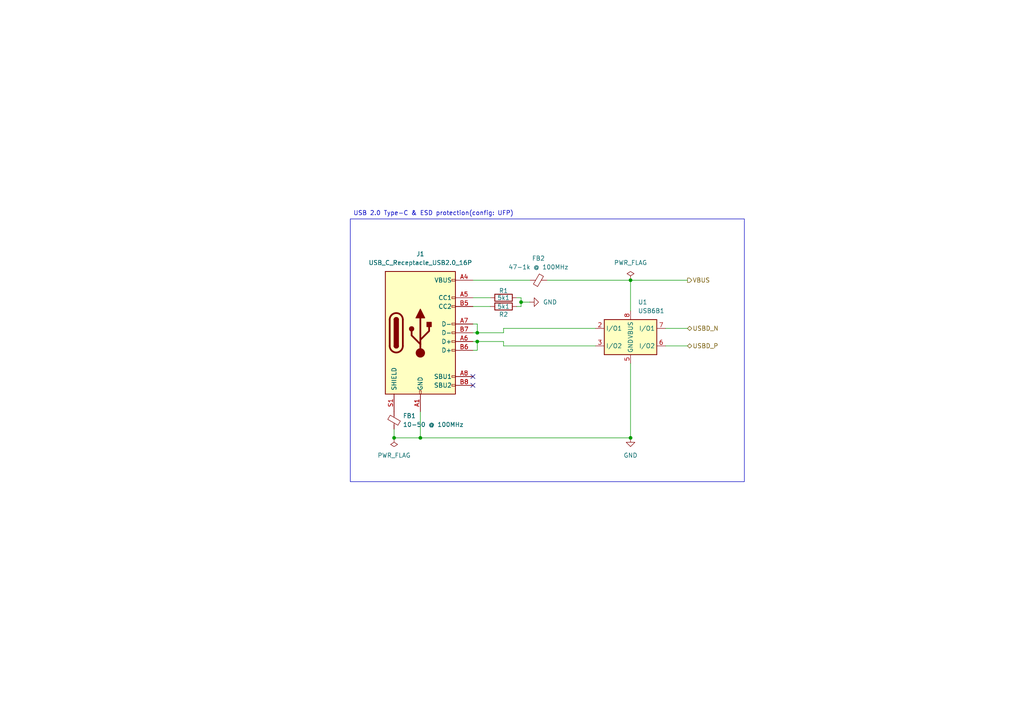
<source format=kicad_sch>
(kicad_sch (version 20250114) (generator "eeschema") (generator_version "9.0")
  (paper "A4")
  (title_block (title "USB 2.0 Type-C with ESD Protection") (date "2025-04-28") (rev "0.1.0") (comment 1 "UFP configuration"))
  (lib_symbols
    (symbol "Connector:USB_C_Receptacle_USB2.0_16P" (pin_names (offset 1.016))
      (property "Reference" "J" (at 0 22.225 0))
      (property "Value" "USB_C_Receptacle_USB2.0_16P" (at 0 19.685 0))
      (symbol "USB_C_Receptacle_USB2.0_16P_0_0"
        (rectangle (start -0.254 -17.78) (end 0.254 -16.764))
        (rectangle (start 10.16 15.494) (end 9.144 14.986))
        (rectangle (start 10.16 10.414) (end 9.144 9.906))
        (rectangle (start 10.16 7.874) (end 9.144 7.366))
        (rectangle (start 10.16 2.794) (end 9.144 2.286))
        (rectangle (start 10.16 0.254) (end 9.144 -0.254))
        (rectangle (start 10.16 -2.286) (end 9.144 -2.794))
        (rectangle (start 10.16 -4.826) (end 9.144 -5.334))
        (rectangle (start 10.16 -12.446) (end 9.144 -12.954))
        (rectangle (start 10.16 -14.986) (end 9.144 -15.494))
      )
      (symbol "USB_C_Receptacle_USB2.0_16P_0_1"
        (rectangle (start -10.16 17.78) (end 10.16 -17.78) (stroke (width 0.254)) (fill (type background)))
        (polyline (pts (xy -8.89 -3.81) (xy -8.89 3.81)) (stroke (width 0.508)))
        (rectangle (start -7.62 -3.81) (end -6.35 3.81) (stroke (width 0.254)) (fill (type outline)))
        (arc (start -7.62 3.81) (mid -6.985 4.4423) (end -6.35 3.81) (stroke (width 0.254)))
        (arc (start -7.62 3.81) (mid -6.985 4.4423) (end -6.35 3.81) (stroke (width 0.254)) (fill (type outline)))
        (arc (start -8.89 3.81) (mid -6.985 5.7067) (end -5.08 3.81) (stroke (width 0.508)))
        (arc (start -5.08 -3.81) (mid -6.985 -5.7067) (end -8.89 -3.81) (stroke (width 0.508)))
        (arc (start -6.35 -3.81) (mid -6.985 -4.4423) (end -7.62 -3.81) (stroke (width 0.254)))
        (arc (start -6.35 -3.81) (mid -6.985 -4.4423) (end -7.62 -3.81) (stroke (width 0.254)) (fill (type outline)))
        (polyline (pts (xy -5.08 3.81) (xy -5.08 -3.81)) (stroke (width 0.508)))
        (circle (center -2.54 1.143) (radius 0.635) (stroke (width 0.254)) (fill (type outline)))
        (polyline (pts (xy -1.27 4.318) (xy 0 6.858) (xy 1.27 4.318) (xy -1.27 4.318)) (stroke (width 0.254)) (fill (type outline)))
        (polyline (pts (xy 0 -2.032) (xy 2.54 0.508) (xy 2.54 1.778)) (stroke (width 0.508)))
        (polyline (pts (xy 0 -3.302) (xy -2.54 -0.762) (xy -2.54 0.508)) (stroke (width 0.508)))
        (polyline (pts (xy 0 -5.842) (xy 0 4.318)) (stroke (width 0.508)))
        (circle (center 0 -5.842) (radius 1.27) (fill (type outline)))
        (rectangle (start 1.905 1.778) (end 3.175 3.048) (stroke (width 0.254)) (fill (type outline)))
      )
      (symbol "USB_C_Receptacle_USB2.0_16P_1_1"
        (pin passive line (at -7.62 -22.86 90) (length 5.08) (name "SHIELD") (number "S1"))
        (pin passive line (at 0 -22.86 90) (length 5.08) (name "GND") (number "A1"))
        (pin passive line (at 0 -22.86 90) (length 5.08) (hide yes) (name "GND") (number "A12"))
        (pin passive line (at 0 -22.86 90) (length 5.08) (hide yes) (name "GND") (number "B1"))
        (pin passive line (at 0 -22.86 90) (length 5.08) (hide yes) (name "GND") (number "B12"))
        (pin passive line (at 15.24 15.24 180) (length 5.08) (name "VBUS") (number "A4"))
        (pin passive line (at 15.24 15.24 180) (length 5.08) (hide yes) (name "VBUS") (number "A9"))
        (pin passive line (at 15.24 15.24 180) (length 5.08) (hide yes) (name "VBUS") (number "B4"))
        (pin passive line (at 15.24 15.24 180) (length 5.08) (hide yes) (name "VBUS") (number "B9"))
        (pin bidirectional line (at 15.24 10.16 180) (length 5.08) (name "CC1") (number "A5"))
        (pin bidirectional line (at 15.24 7.62 180) (length 5.08) (name "CC2") (number "B5"))
        (pin bidirectional line (at 15.24 2.54 180) (length 5.08) (name "D-") (number "A7"))
        (pin bidirectional line (at 15.24 0 180) (length 5.08) (name "D-") (number "B7"))
        (pin bidirectional line (at 15.24 -2.54 180) (length 5.08) (name "D+") (number "A6"))
        (pin bidirectional line (at 15.24 -5.08 180) (length 5.08) (name "D+") (number "B6"))
        (pin bidirectional line (at 15.24 -12.7 180) (length 5.08) (name "SBU1") (number "A8"))
        (pin bidirectional line (at 15.24 -15.24 180) (length 5.08) (name "SBU2") (number "B8"))
      )
    )
    (symbol "Device:FerriteBead_Small" (pin_numbers (hide yes)) (pin_names (offset 0))
      (property "Reference" "FB" (at 1.905 1.27 0))
      (property "Value" "FerriteBead_Small" (at 1.905 -1.27 0))
      (symbol "FerriteBead_Small_0_1"
        (polyline (pts (xy -1.8288 0.2794) (xy -1.1176 1.4986) (xy 1.8288 -0.2032) (xy 1.1176 -1.4224) (xy -1.8288 0.2794)))
        (polyline (pts (xy 0 0.889) (xy 0 1.2954)))
        (polyline (pts (xy 0 -1.27) (xy 0 -0.7874)))
      )
      (symbol "FerriteBead_Small_1_1"
        (pin passive line (at 0 2.54 270) (length 1.27) (name "~") (number "1"))
        (pin passive line (at 0 -2.54 90) (length 1.27) (name "~") (number "2"))
      )
    )
    (symbol "Device:R" (pin_numbers (hide yes)) (pin_names (offset 0))
      (property "Reference" "R" (at 2.032 0 90))
      (property "Value" "R" (at 0 0 90))
      (symbol "R_0_1"
        (rectangle (start -1.016 -2.54) (end 1.016 2.54) (stroke (width 0.254)))
      )
      (symbol "R_1_1"
        (pin passive line (at 0 3.81 270) (length 1.27) (name "~") (number "1"))
        (pin passive line (at 0 -3.81 90) (length 1.27) (name "~") (number "2"))
      )
    )
    (symbol "Power_Protection:USB6B1"
      (property "Reference" "U" (at 6.35 6.35 0))
      (property "Value" "USB6B1" (at 5.08 -6.35 0))
      (symbol "USB6B1_0_1"
        (rectangle (start -7.62 -5.08) (end 7.62 5.08) (stroke (width 0.254)) (fill (type background)))
      )
      (symbol "USB6B1_1_1"
        (pin passive line (at -10.16 2.54 0) (length 2.54) (name "I/O1") (number "2"))
        (pin passive line (at -10.16 -2.54 0) (length 2.54) (name "I/O2") (number "3"))
        (pin passive line (at 0 7.62 270) (length 2.54) (hide yes) (name "VBUS") (number "1"))
        (pin passive line (at 0 7.62 270) (length 2.54) (name "VBUS") (number "8"))
        (pin passive line (at 0 -7.62 90) (length 2.54) (hide yes) (name "GND") (number "4"))
        (pin passive line (at 0 -7.62 90) (length 2.54) (name "GND") (number "5"))
        (pin passive line (at 10.16 2.54 180) (length 2.54) (name "I/O1") (number "7"))
        (pin passive line (at 10.16 -2.54 180) (length 2.54) (name "I/O2") (number "6"))
      )
    )
    (symbol "power:GND" (power) (pin_numbers (hide yes)) (pin_names (offset 0) (hide yes))
      (property "Value" "GND" (at 0 -3.81 0))
      (symbol "GND_0_1"
        (polyline (pts (xy 0 0) (xy 0 -1.27) (xy 1.27 -1.27) (xy 0 -2.54) (xy -1.27 -1.27) (xy 0 -1.27)))
      )
      (symbol "GND_1_1"
        (pin power_in line (at 0 0 270) (length 0) (name "~") (number "1"))
      )
    )
    (symbol "power:PWR_FLAG" (power) (pin_numbers (hide yes)) (pin_names (offset 0) (hide yes))
      (property "Value" "PWR_FLAG" (at 0 3.81 0))
      (symbol "PWR_FLAG_0_0"
        (pin power_out line (at 0 0 90) (length 0) (name "~") (number "1"))
      )
      (symbol "PWR_FLAG_0_1"
        (polyline (pts (xy 0 0) (xy 0 1.27) (xy -1.016 1.905) (xy 0 2.54) (xy 1.016 1.905) (xy 0 1.27)))
      )
    )
  )
  (rectangle (start 101.6 63.5) (end 215.9 139.7))
  (text "USB 2.0 Type-C & ESD protection(config: UFP)" (at 125.73 61.976 0) (effects (font (size 1.27 1.27))))
  (junction (at 114.3 127))
  (junction (at 182.88 127))
  (junction (at 151.13 87.63))
  (junction (at 121.92 127))
  (junction (at 138.43 96.52))
  (junction (at 138.43 99.06))
  (junction (at 182.88 81.28))
  (no_connect (at 137.16 109.22))
  (no_connect (at 137.16 111.76))
  (wire (pts (xy 138.43 99.06) (xy 138.43 101.6)))
  (wire (pts (xy 182.88 81.28) (xy 199.39 81.28)))
  (wire (pts (xy 151.13 86.36) (xy 151.13 87.63)))
  (wire (pts (xy 137.16 93.98) (xy 138.43 93.98)))
  (wire (pts (xy 199.39 100.33) (xy 193.04 100.33)))
  (wire (pts (xy 146.05 100.33) (xy 172.72 100.33)))
  (wire (pts (xy 158.75 81.28) (xy 182.88 81.28)))
  (wire (pts (xy 138.43 96.52) (xy 146.05 96.52)))
  (wire (pts (xy 146.05 95.25) (xy 172.72 95.25)))
  (wire (pts (xy 137.16 101.6) (xy 138.43 101.6)))
  (wire (pts (xy 114.3 124.46) (xy 114.3 127)))
  (wire (pts (xy 151.13 88.9) (xy 151.13 87.63)))
  (wire (pts (xy 121.92 119.38) (xy 121.92 127)))
  (wire (pts (xy 199.39 95.25) (xy 193.04 95.25)))
  (wire (pts (xy 149.86 86.36) (xy 151.13 86.36)))
  (wire (pts (xy 137.16 86.36) (xy 142.24 86.36)))
  (wire (pts (xy 182.88 105.41) (xy 182.88 127)))
  (wire (pts (xy 137.16 81.28) (xy 153.67 81.28)))
  (wire (pts (xy 137.16 96.52) (xy 138.43 96.52)))
  (wire (pts (xy 146.05 96.52) (xy 146.05 95.25)))
  (wire (pts (xy 138.43 93.98) (xy 138.43 96.52)))
  (wire (pts (xy 182.88 81.28) (xy 182.88 90.17)))
  (wire (pts (xy 121.92 127) (xy 182.88 127)))
  (wire (pts (xy 151.13 87.63) (xy 153.67 87.63)))
  (wire (pts (xy 114.3 127) (xy 121.92 127)))
  (wire (pts (xy 146.05 99.06) (xy 146.05 100.33)))
  (wire (pts (xy 149.86 88.9) (xy 151.13 88.9)))
  (wire (pts (xy 137.16 88.9) (xy 142.24 88.9)))
  (wire (pts (xy 137.16 99.06) (xy 138.43 99.06)))
  (wire (pts (xy 138.43 99.06) (xy 146.05 99.06)))
  (hierarchical_label "USBD_P" (shape bidirectional) (at 199.39 100.33 0))
  (hierarchical_label "VBUS" (shape output) (at 199.39 81.28 0))
  (hierarchical_label "USBD_N" (shape bidirectional) (at 199.39 95.25 0))
  (symbol (lib_id "Device:R") (at 146.05 88.9 90) (unit 1)
    (property "Reference" "R2" (at 146.05 91.186 90))
    (property "Value" "5k1" (at 146.05 88.9 90))
    (property "Description" "Resistor" (effects (hide yes)))
  )
  (symbol (lib_id "power:GND") (at 153.67 87.63 90) (unit 1)
    (property "Reference" "#PWR03" (effects (hide yes)))
    (property "Value" "GND" (at 157.48 87.6299 90) (effects (justify right)))
    (property "Description" "Power symbol creates a global label with name \"GND\" , ground" (effects (hide yes)))
  )
  (symbol (lib_id "Power_Protection:USB6B1") (at 182.88 97.79 0) (unit 1)
    (property "Reference" "U1" (at 185.0233 87.63 0) (effects (justify left)))
    (property "Value" "USB6B1" (at 185.0233 90.17 0) (effects (justify left)))
    (property "Footprint" "Package_SO:SOIC-8_3.9x4.9mm_P1.27mm" (effects (hide yes)))
    (property "Datasheet" "http://www.st.com/content/ccc/resource/technical/document/datasheet/3e/ec/b2/54/b2/76/47/90/CD00001361.pdf/files/CD00001361.pdf/jcr:content/translations/en.CD00001361.pdf" (effects (hide yes)))
    (property "Description" "5V Data line protection" (effects (hide yes)))
  )
  (symbol (lib_id "power:GND") (at 182.88 127 0) (unit 1)
    (property "Reference" "#PWR02" (effects (hide yes)))
    (property "Value" "GND" (at 182.88 132.08 0))
    (property "Description" "Power symbol creates a global label with name \"GND\" , ground" (effects (hide yes)))
  )
  (symbol (lib_id "power:PWR_FLAG") (at 182.88 81.28 0) (unit 1)
    (property "Reference" "#FLG01" (effects (hide yes)))
    (property "Value" "PWR_FLAG" (at 182.88 76.2 0))
    (property "Description" "Special symbol for telling ERC where power comes from" (effects (hide yes)))
  )
  (symbol (lib_id "Device:FerriteBead_Small") (at 114.3 121.92 0) (unit 1)
    (property "Reference" "FB1" (at 116.84 120.6118 0) (effects (justify left)))
    (property "Value" "10-50 @ 100MHz" (at 116.84 123.1518 0) (effects (justify left)))
    (property "Description" "Ferrite bead, small symbol" (effects (hide yes)))
  )
  (symbol (lib_id "Connector:USB_C_Receptacle_USB2.0_16P") (at 121.92 96.52 0) (unit 1)
    (property "Reference" "J1" (at 121.92 73.66 0))
    (property "Value" "USB_C_Receptacle_USB2.0_16P" (at 121.92 76.2 0))
    (property "Datasheet" "https://www.usb.org/sites/default/files/documents/usb_type-c.zip" (effects (hide yes)))
    (property "Description" "USB 2.0-only 16P Type-C Receptacle connector" (effects (hide yes)))
  )
  (symbol (lib_id "Device:R") (at 146.05 86.36 90) (unit 1)
    (property "Reference" "R1" (at 146.05 84.328 90))
    (property "Value" "5k1" (at 146.05 86.36 90))
    (property "Description" "Resistor" (effects (hide yes)))
  )
  (symbol (lib_id "power:PWR_FLAG") (at 114.3 127 180) (unit 1)
    (property "Reference" "#FLG02" (effects (hide yes)))
    (property "Value" "PWR_FLAG" (at 114.3 132.08 0))
    (property "Description" "Special symbol for telling ERC where power comes from" (effects (hide yes)))
  )
  (symbol (lib_id "Device:FerriteBead_Small") (at 156.21 81.28 90) (unit 1)
    (property "Reference" "FB2" (at 156.1719 74.93 90))
    (property "Value" "47-1k @ 100MHz" (at 156.1719 77.47 90))
    (property "Description" "Ferrite bead, small symbol" (effects (hide yes)))
  )
)
</source>
